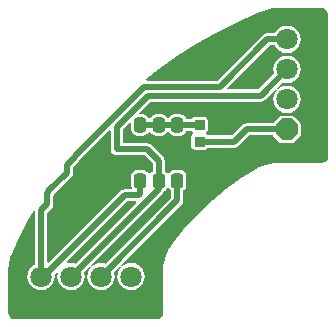
<source format=gtl>
G04 Layer_Physical_Order=1*
G04 Layer_Color=255*
%FSLAX44Y44*%
%MOMM*%
G71*
G01*
G75*
%ADD10R,0.8500X0.8500*%
G04:AMPARAMS|DCode=11|XSize=1.3mm|YSize=1mm|CornerRadius=0.25mm|HoleSize=0mm|Usage=FLASHONLY|Rotation=90.000|XOffset=0mm|YOffset=0mm|HoleType=Round|Shape=RoundedRectangle|*
%AMROUNDEDRECTD11*
21,1,1.3000,0.5000,0,0,90.0*
21,1,0.8000,1.0000,0,0,90.0*
1,1,0.5000,0.2500,0.4000*
1,1,0.5000,0.2500,-0.4000*
1,1,0.5000,-0.2500,-0.4000*
1,1,0.5000,-0.2500,0.4000*
%
%ADD11ROUNDEDRECTD11*%
%ADD12C,0.5000*%
%ADD13P,1.9483X8X112.5*%
%ADD14C,1.8000*%
G36*
X140033Y115237D02*
X141116Y113616D01*
X142111Y112952D01*
Y106678D01*
X86394Y50961D01*
X85713Y51243D01*
X82700Y51639D01*
X79688Y51243D01*
X76880Y50080D01*
X75003Y48640D01*
X74164Y49597D01*
X135134Y110566D01*
X136248Y112233D01*
X136352Y112760D01*
X137634Y113616D01*
X138717Y115237D01*
X139016Y115283D01*
X139734D01*
X140033Y115237D01*
D02*
G37*
G36*
X112471Y102438D02*
X60994Y50961D01*
X60313Y51243D01*
X57300Y51639D01*
X54288Y51243D01*
X54111Y51170D01*
X53391Y52246D01*
X104756Y103611D01*
X111985D01*
X112471Y102438D01*
D02*
G37*
G36*
X234500Y267583D02*
X267925D01*
X269133Y267553D01*
D01*
X270357Y267358D01*
X271841Y266743D01*
X273218Y265686D01*
X274275Y264309D01*
X274939Y262705D01*
X275086Y261595D01*
X275085Y260367D01*
X275085Y260367D01*
X275115Y259149D01*
X275115Y258768D01*
Y143545D01*
X275115Y142500D01*
X275126Y142296D01*
X275005Y141094D01*
X274753Y139824D01*
X273520Y137980D01*
X271676Y136747D01*
X269852Y136385D01*
X235000D01*
X234988Y136395D01*
X234987Y136404D01*
X228814Y135999D01*
X222593Y134762D01*
X217927Y133178D01*
X217788Y133150D01*
X217787Y133150D01*
X217686Y133130D01*
X217463Y132981D01*
X217305Y132899D01*
X216710Y132580D01*
X214014Y131139D01*
X201134Y123130D01*
X188806Y114296D01*
X177082Y104675D01*
X166013Y94307D01*
X155645Y83237D01*
X146024Y71514D01*
X139339Y62186D01*
X139366Y62167D01*
X138911Y61487D01*
X138884Y61350D01*
X138464Y60498D01*
X136596Y54996D01*
X135463Y49298D01*
X135083Y43500D01*
X135140Y42624D01*
X135115Y42500D01*
Y11045D01*
X135115Y10000D01*
X135126Y9796D01*
X135005Y8594D01*
X134753Y7324D01*
X133520Y5480D01*
X131676Y4247D01*
X129852Y3885D01*
X10000D01*
X9833Y3851D01*
X7634Y4289D01*
X5629Y5629D01*
X4289Y7634D01*
X3851Y9833D01*
X3885Y10000D01*
Y42337D01*
X3885Y43500D01*
X3883Y43596D01*
X3840Y44860D01*
X4263Y50239D01*
X5607Y55837D01*
X6608Y58255D01*
X7103Y59418D01*
X7103D01*
X7103Y59418D01*
X11522Y69388D01*
X20119Y86467D01*
X25491Y95951D01*
X26761Y95616D01*
Y50362D01*
X26080Y50080D01*
X23670Y48230D01*
X21820Y45820D01*
X20657Y43012D01*
X20261Y40000D01*
X20657Y36988D01*
X21820Y34180D01*
X23670Y31770D01*
X26080Y29920D01*
X28888Y28757D01*
X31900Y28360D01*
X34913Y28757D01*
X37720Y29920D01*
X40130Y31770D01*
X41980Y34180D01*
X43143Y36988D01*
X43540Y40000D01*
X43261Y42116D01*
X45054Y43909D01*
X46130Y43189D01*
X46057Y43012D01*
X45661Y40000D01*
X46057Y36988D01*
X47220Y34180D01*
X49070Y31770D01*
X51480Y29920D01*
X54288Y28757D01*
X57300Y28360D01*
X60313Y28757D01*
X63120Y29920D01*
X65530Y31770D01*
X67380Y34180D01*
X68543Y36988D01*
X68940Y40000D01*
X68543Y43012D01*
X68261Y43694D01*
X73103Y48536D01*
X74060Y47697D01*
X72620Y45820D01*
X71457Y43012D01*
X71061Y40000D01*
X71457Y36988D01*
X72620Y34180D01*
X74470Y31770D01*
X76880Y29920D01*
X79688Y28757D01*
X82700Y28360D01*
X85713Y28757D01*
X88520Y29920D01*
X90930Y31770D01*
X92780Y34180D01*
X93943Y36988D01*
X94340Y40000D01*
X93943Y43012D01*
X93661Y43694D01*
X98503Y48536D01*
X99460Y47697D01*
X98020Y45820D01*
X96857Y43012D01*
X96461Y40000D01*
X96857Y36988D01*
X98020Y34180D01*
X99870Y31770D01*
X102280Y29920D01*
X105087Y28757D01*
X108100Y28360D01*
X111113Y28757D01*
X113920Y29920D01*
X116330Y31770D01*
X118180Y34180D01*
X119343Y36988D01*
X119740Y40000D01*
X119343Y43012D01*
X118180Y45820D01*
X116330Y48230D01*
X113920Y50080D01*
X111113Y51243D01*
X108100Y51639D01*
X105087Y51243D01*
X102280Y50080D01*
X100403Y48640D01*
X99564Y49597D01*
X150884Y100916D01*
X151998Y102584D01*
X152389Y104550D01*
Y112952D01*
X153384Y113616D01*
X154498Y115283D01*
X154889Y117250D01*
Y125250D01*
X154498Y127217D01*
X153384Y128884D01*
X151716Y129998D01*
X149750Y130389D01*
X144750D01*
X142783Y129998D01*
X141116Y128884D01*
X140033Y127263D01*
X139734Y127217D01*
X139016D01*
X138717Y127263D01*
X137634Y128884D01*
X136639Y129548D01*
Y138000D01*
X136248Y139966D01*
X135134Y141634D01*
X125384Y151384D01*
X123716Y152498D01*
X121750Y152889D01*
X101139D01*
Y164622D01*
X106938Y170421D01*
X108111Y169935D01*
Y164250D01*
X108502Y162283D01*
X109616Y160616D01*
X111284Y159502D01*
X113250Y159111D01*
X118250D01*
X120217Y159502D01*
X121884Y160616D01*
X122967Y162237D01*
X123266Y162283D01*
X123984D01*
X124283Y162237D01*
X125366Y160616D01*
X127034Y159502D01*
X129000Y159111D01*
X134000D01*
X135967Y159502D01*
X137634Y160616D01*
X138717Y162237D01*
X139016Y162283D01*
X139734D01*
X140033Y162237D01*
X141116Y160616D01*
X142783Y159502D01*
X144750Y159111D01*
X149750D01*
X151716Y159502D01*
X153384Y160616D01*
X154498Y162283D01*
X154662Y163111D01*
X159337D01*
X159357Y163009D01*
X159919Y162169D01*
X160203Y161978D01*
Y160522D01*
X159919Y160331D01*
X159357Y159491D01*
X159160Y158500D01*
Y150000D01*
X159357Y149009D01*
X159919Y148169D01*
X160759Y147607D01*
X161750Y147410D01*
X170250D01*
X171241Y147607D01*
X172081Y148169D01*
X172643Y149009D01*
X172663Y149111D01*
X195500D01*
X197467Y149502D01*
X199134Y150616D01*
X207978Y159461D01*
X228537D01*
X228607Y159109D01*
X229169Y158269D01*
X233669Y153769D01*
X234509Y153207D01*
X235500Y153010D01*
X244500D01*
X245491Y153207D01*
X246331Y153769D01*
X250831Y158269D01*
X251393Y159109D01*
X251590Y160100D01*
Y169100D01*
X251393Y170091D01*
X250831Y170931D01*
X246331Y175431D01*
X245491Y175993D01*
X244500Y176190D01*
X235500D01*
X234509Y175993D01*
X233669Y175431D01*
X229169Y170931D01*
X228607Y170091D01*
X228537Y169739D01*
X205850D01*
X203883Y169348D01*
X202216Y168234D01*
X193372Y159389D01*
X172663D01*
X172643Y159491D01*
X172081Y160331D01*
X171796Y160522D01*
Y161978D01*
X172081Y162169D01*
X172643Y163009D01*
X172840Y164000D01*
Y172500D01*
X172643Y173491D01*
X172081Y174331D01*
X171241Y174893D01*
X170250Y175090D01*
X161750D01*
X160759Y174893D01*
X159919Y174331D01*
X159357Y173491D01*
X159337Y173389D01*
X154662D01*
X154498Y174216D01*
X153384Y175884D01*
X151716Y176998D01*
X149750Y177389D01*
X144750D01*
X142783Y176998D01*
X141116Y175884D01*
X140033Y174263D01*
X139734Y174216D01*
X139016D01*
X138717Y174263D01*
X137634Y175884D01*
X135967Y176998D01*
X134000Y177389D01*
X129000D01*
X127034Y176998D01*
X125366Y175884D01*
X124283Y174263D01*
X123984Y174216D01*
X123266D01*
X122967Y174263D01*
X121884Y175884D01*
X120217Y176998D01*
X118250Y177389D01*
X115565D01*
X115079Y178562D01*
X124610Y188093D01*
X217831D01*
X219798Y188484D01*
X221465Y189598D01*
X230403Y198536D01*
X231360Y197697D01*
X229920Y195820D01*
X228757Y193013D01*
X228361Y190000D01*
X228757Y186987D01*
X229920Y184180D01*
X231770Y181770D01*
X234180Y179920D01*
X236987Y178757D01*
X240000Y178361D01*
X243013Y178757D01*
X245820Y179920D01*
X248230Y181770D01*
X250080Y184180D01*
X251243Y186987D01*
X251640Y190000D01*
X251243Y193013D01*
X250080Y195820D01*
X248230Y198230D01*
X245820Y200080D01*
X243013Y201243D01*
X240000Y201640D01*
X236987Y201243D01*
X234180Y200080D01*
X232303Y198640D01*
X231464Y199597D01*
X236306Y204439D01*
X236987Y204157D01*
X240000Y203761D01*
X243013Y204157D01*
X245820Y205320D01*
X248230Y207170D01*
X250080Y209580D01*
X251243Y212388D01*
X251640Y215400D01*
X251243Y218412D01*
X250080Y221220D01*
X248230Y223630D01*
X245820Y225480D01*
X243013Y226643D01*
X240000Y227040D01*
X236987Y226643D01*
X234180Y225480D01*
X231770Y223630D01*
X229920Y221220D01*
X228757Y218412D01*
X228361Y215400D01*
X228757Y212388D01*
X229039Y211706D01*
X215703Y198370D01*
X189797D01*
X189311Y199543D01*
X225429Y235661D01*
X229638D01*
X229920Y234980D01*
X231770Y232570D01*
X234180Y230720D01*
X236987Y229557D01*
X240000Y229160D01*
X243013Y229557D01*
X245820Y230720D01*
X248230Y232570D01*
X250080Y234980D01*
X251243Y237787D01*
X251640Y240800D01*
X251243Y243813D01*
X250080Y246620D01*
X248230Y249030D01*
X245820Y250880D01*
X243013Y252043D01*
X240000Y252440D01*
X236987Y252043D01*
X234180Y250880D01*
X231770Y249030D01*
X229920Y246620D01*
X229638Y245939D01*
X223300D01*
X221334Y245548D01*
X219666Y244434D01*
X181143Y205910D01*
X121104D01*
X120667Y207180D01*
X131621Y215728D01*
X147254Y226738D01*
X163408Y236968D01*
X180044Y246392D01*
X197124Y254989D01*
X214604Y262738D01*
X220074Y264848D01*
X220078Y264846D01*
X220078Y264846D01*
X222047Y265662D01*
X228267Y267155D01*
X234276Y267628D01*
X234500Y267583D01*
D02*
G37*
G36*
X90861Y163348D02*
Y147750D01*
X91252Y145784D01*
X92366Y144116D01*
X94033Y143002D01*
X96000Y142611D01*
X119621D01*
X126361Y135871D01*
Y129548D01*
X125366Y128884D01*
X124283Y127263D01*
X123984Y127217D01*
X123266D01*
X122967Y127263D01*
X121884Y128884D01*
X120217Y129998D01*
X118250Y130389D01*
X113250D01*
X111284Y129998D01*
X109616Y128884D01*
X108502Y127217D01*
X108111Y125250D01*
Y117250D01*
X108502Y115283D01*
X108686Y115009D01*
X108087Y113889D01*
X102628D01*
X100661Y113498D01*
X98994Y112384D01*
X38212Y51602D01*
X37039Y52088D01*
Y94137D01*
X40461Y97559D01*
X41575Y99227D01*
X41967Y101193D01*
Y108016D01*
X42810Y109279D01*
X42883Y109645D01*
X57455Y124216D01*
X58569Y125884D01*
X58960Y127850D01*
Y132660D01*
X64029Y137728D01*
X64927Y139073D01*
X89688Y163834D01*
X90861Y163348D01*
D02*
G37*
D10*
X166000Y154250D02*
D03*
Y168250D02*
D03*
D11*
X115750Y121250D02*
D03*
X131500D02*
D03*
X147250D02*
D03*
Y168250D02*
D03*
X131500D02*
D03*
X115750D02*
D03*
D12*
X82700Y40000D02*
X147250Y104550D01*
Y121250D01*
X57300Y40000D02*
X131500Y114200D01*
Y121250D01*
X31900Y40000D02*
X33878D01*
X102628Y108750D01*
X114750D01*
X115750Y109750D01*
Y121250D01*
Y168250D02*
X131500D01*
X147250D01*
X166000D01*
X205850Y164600D02*
X240000D01*
X195500Y154250D02*
X205850Y164600D01*
X166000Y154250D02*
X195500D01*
X131500Y121250D02*
Y138000D01*
X121750Y147750D02*
X131500Y138000D01*
X96000Y147750D02*
X121750D01*
X96000D02*
Y166750D01*
X223300Y240800D02*
X240000D01*
X122481Y193231D02*
X217831D01*
X240000Y215400D01*
X183271Y200771D02*
X223300Y240800D01*
X119358Y200771D02*
X183271D01*
X60395Y141808D02*
X119358Y200771D01*
X96000Y166750D02*
X122481Y193231D01*
X31900Y40000D02*
Y96265D01*
X36828Y101193D01*
Y110010D01*
X38063Y111245D01*
X53821Y134788D02*
X60395Y141362D01*
Y141808D01*
X38063Y111245D02*
Y112092D01*
X53821Y127850D01*
Y134788D01*
D13*
X240000Y164600D02*
D03*
D14*
Y190000D02*
D03*
Y215400D02*
D03*
Y240800D02*
D03*
X108100Y40000D02*
D03*
X31900D02*
D03*
X57300D02*
D03*
X82700D02*
D03*
M02*

</source>
